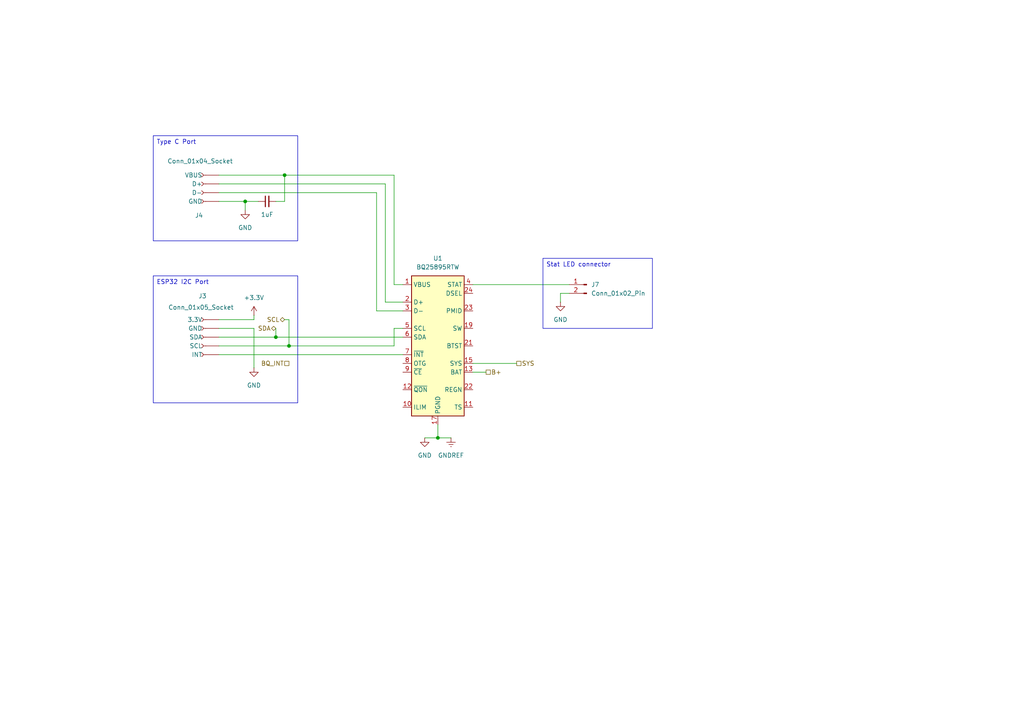
<source format=kicad_sch>
(kicad_sch (version 20250114) (generator "eeschema") (generator_version "9.0")
  (paper "A4")
  (lib_symbols
    (symbol "Battery_Management:BQ25895RTW"
      (property "Reference" "U" (at -6.604 21.844 0))
      (property "Value" "BQ25895RTW" (at 3.556 21.844 0))
      (symbol "BQ25895RTW_0_1"
        (rectangle (start -7.62 20.32) (end 7.62 -20.32) (stroke (width 0.254)) (fill (type background)))
      )
      (symbol "BQ25895RTW_1_1"
        (pin power_in line (at -10.16 17.78 0) (length 2.54) (name "VBUS") (number "1"))
        (pin bidirectional line (at -10.16 12.7 0) (length 2.54) (name "D+") (number "2"))
        (pin bidirectional line (at -10.16 10.16 0) (length 2.54) (name "D-") (number "3"))
        (pin input line (at -10.16 5.08 0) (length 2.54) (name "SCL") (number "5"))
        (pin bidirectional line (at -10.16 2.54 0) (length 2.54) (name "SDA") (number "6"))
        (pin open_collector line (at -10.16 -2.54 0) (length 2.54) (name "~{INT}") (number "7"))
        (pin input line (at -10.16 -5.08 0) (length 2.54) (name "OTG") (number "8"))
        (pin input line (at -10.16 -7.62 0) (length 2.54) (name "~{CE}") (number "9"))
        (pin input line (at -10.16 -12.7 0) (length 2.54) (name "~{QON}") (number "12"))
        (pin passive line (at -10.16 -17.78 0) (length 2.54) (name "ILIM") (number "10"))
        (pin power_in line (at 0 -22.86 90) (length 2.54) (name "PGND") (number "17"))
        (pin passive line (at 0 -22.86 90) (length 2.54) (hide yes) (name "PGND") (number "18"))
        (pin passive line (at 0 -22.86 90) (length 2.54) (hide yes) (name "PGND") (number "25"))
        (pin open_collector line (at 10.16 17.78 180) (length 2.54) (name "STAT") (number "4"))
        (pin open_collector line (at 10.16 15.24 180) (length 2.54) (name "DSEL") (number "24"))
        (pin power_out line (at 10.16 10.16 180) (length 2.54) (name "PMID") (number "23"))
        (pin power_out line (at 10.16 5.08 180) (length 2.54) (name "SW") (number "19"))
        (pin passive line (at 10.16 5.08 180) (length 2.54) (hide yes) (name "SW") (number "20"))
        (pin passive line (at 10.16 0 180) (length 2.54) (name "BTST") (number "21"))
        (pin passive line (at 10.16 -5.08 180) (length 2.54) (name "SYS") (number "15"))
        (pin passive line (at 10.16 -5.08 180) (length 2.54) (hide yes) (name "SYS") (number "16"))
        (pin passive line (at 10.16 -7.62 180) (length 2.54) (name "BAT") (number "13"))
        (pin passive line (at 10.16 -7.62 180) (length 2.54) (hide yes) (name "BAT") (number "14"))
        (pin power_out line (at 10.16 -12.7 180) (length 2.54) (name "REGN") (number "22"))
        (pin passive line (at 10.16 -17.78 180) (length 2.54) (name "TS") (number "11"))
      )
    )
    (symbol "Conn_01x04_Socket_1" (pin_numbers (hide yes)) (pin_names (offset 1.016))
      (property "Reference" "J4" (at -0.508 -9.144 0))
      (property "Value" "Conn_01x04_Socket" (at -9.144 6.604 0))
      (symbol "Conn_01x04_Socket_1_1_1"
        (polyline (pts (xy -1.27 2.54) (xy -0.508 2.54)) (stroke (width 0.1524)))
        (polyline (pts (xy -1.27 0) (xy -0.508 0)) (stroke (width 0.1524)))
        (polyline (pts (xy -1.27 -2.54) (xy -0.508 -2.54)) (stroke (width 0.1524)))
        (polyline (pts (xy -1.27 -5.08) (xy -0.508 -5.08)) (stroke (width 0.1524)))
        (arc (start 0 2.032) (mid -0.5058 2.54) (end 0 3.048) (stroke (width 0.1524)))
        (arc (start 0 -0.508) (mid -0.5058 0) (end 0 0.508) (stroke (width 0.1524)))
        (arc (start 0 -3.048) (mid -0.5058 -2.54) (end 0 -2.032) (stroke (width 0.1524)))
        (arc (start 0 -5.588) (mid -0.5058 -5.08) (end 0 -4.572) (stroke (width 0.1524)))
        (pin passive line (at -5.08 2.54 0) (length 3.81) (name "VBUS") (number "1"))
        (pin bidirectional line (at -5.08 0 0) (length 3.81) (name "D+") (number "2"))
        (pin bidirectional line (at -5.08 -2.54 0) (length 3.81) (name "D-") (number "3"))
        (pin passive line (at -5.08 -5.08 0) (length 3.81) (name "GND") (number "4"))
      )
    )
    (symbol "Connector:Conn_01x02_Pin" (pin_names (offset 1.016) (hide yes))
      (property "Reference" "J" (at 0 2.54 0))
      (property "Value" "Conn_01x02_Pin" (at 0 -5.08 0))
      (symbol "Conn_01x02_Pin_1_1"
        (rectangle (start 0.8636 0.127) (end 0 -0.127) (stroke (width 0.1524)) (fill (type outline)))
        (rectangle (start 0.8636 -2.413) (end 0 -2.667) (stroke (width 0.1524)) (fill (type outline)))
        (polyline (pts (xy 1.27 0) (xy 0.8636 0)) (stroke (width 0.1524)))
        (polyline (pts (xy 1.27 -2.54) (xy 0.8636 -2.54)) (stroke (width 0.1524)))
        (pin passive line (at 5.08 0 180) (length 3.81) (name "Pin_1") (number "1"))
        (pin passive line (at 5.08 -2.54 180) (length 3.81) (name "Pin_2") (number "2"))
      )
    )
    (symbol "Connector:Conn_01x05_Socket" (pin_numbers (hide yes)) (pin_names (offset 1.016))
      (property "Reference" "J5" (at -1.524 11.938 0))
      (property "Value" "Conn_01x05_Socket" (at -9.398 8.636 0))
      (symbol "Conn_01x05_Socket_1_1"
        (polyline (pts (xy -1.27 5.08) (xy -0.508 5.08)) (stroke (width 0.1524)))
        (polyline (pts (xy -1.27 2.54) (xy -0.508 2.54)) (stroke (width 0.1524)))
        (polyline (pts (xy -1.27 0) (xy -0.508 0)) (stroke (width 0.1524)))
        (polyline (pts (xy -1.27 -2.54) (xy -0.508 -2.54)) (stroke (width 0.1524)))
        (polyline (pts (xy -1.27 -5.08) (xy -0.508 -5.08)) (stroke (width 0.1524)))
        (arc (start 0 4.572) (mid -0.5058 5.08) (end 0 5.588) (stroke (width 0.1524)))
        (arc (start 0 2.032) (mid -0.5058 2.54) (end 0 3.048) (stroke (width 0.1524)))
        (arc (start 0 -0.508) (mid -0.5058 0) (end 0 0.508) (stroke (width 0.1524)))
        (arc (start 0 -3.048) (mid -0.5058 -2.54) (end 0 -2.032) (stroke (width 0.1524)))
        (arc (start 0 -5.588) (mid -0.5058 -5.08) (end 0 -4.572) (stroke (width 0.1524)))
        (pin passive line (at -5.08 5.08 0) (length 3.81) (name "3.3V") (number "1"))
        (pin passive line (at -5.08 2.54 0) (length 3.81) (name "GND") (number "2"))
        (pin bidirectional line (at -5.08 0 0) (length 3.81) (name "SDA") (number "3"))
        (pin bidirectional line (at -5.08 -2.54 0) (length 3.81) (name "SCL") (number "4"))
        (pin passive line (at -5.08 -5.08 0) (length 3.81) (name "INT") (number "5"))
      )
    )
    (symbol "Device:C_Small" (pin_numbers (hide yes)) (pin_names (offset 0.254) (hide yes))
      (property "Reference" "C" (at 0.254 1.778 0))
      (property "Value" "C_Small" (at 0.254 -2.032 0))
      (symbol "C_Small_0_1"
        (polyline (pts (xy -1.524 0.508) (xy 1.524 0.508)) (stroke (width 0.3048)))
        (polyline (pts (xy -1.524 -0.508) (xy 1.524 -0.508)) (stroke (width 0.3302)))
      )
      (symbol "C_Small_1_1"
        (pin passive line (at 0 2.54 270) (length 2.032) (name "~") (number "1"))
        (pin passive line (at 0 -2.54 90) (length 2.032) (name "~") (number "2"))
      )
    )
    (symbol "power:+3.3V" (power) (pin_numbers (hide yes)) (pin_names (offset 0) (hide yes))
      (property "Value" "+3.3V" (at 0 3.556 0))
      (symbol "+3.3V_0_1"
        (polyline (pts (xy -0.762 1.27) (xy 0 2.54)))
        (polyline (pts (xy 0 2.54) (xy 0.762 1.27)))
        (polyline (pts (xy 0 0) (xy 0 2.54)))
      )
      (symbol "+3.3V_1_1"
        (pin power_in line (at 0 0 90) (length 0) (name "~") (number "1"))
      )
    )
    (symbol "power:GND" (power) (pin_numbers (hide yes)) (pin_names (offset 0) (hide yes))
      (property "Value" "GND" (at 0 -3.81 0))
      (symbol "GND_0_1"
        (polyline (pts (xy 0 0) (xy 0 -1.27) (xy 1.27 -1.27) (xy 0 -2.54) (xy -1.27 -1.27) (xy 0 -1.27)))
      )
      (symbol "GND_1_1"
        (pin power_in line (at 0 0 270) (length 0) (name "~") (number "1"))
      )
    )
    (symbol "power:GNDREF" (power) (pin_numbers (hide yes)) (pin_names (offset 0) (hide yes))
      (property "Value" "GNDREF" (at 0 -3.81 0))
      (symbol "GNDREF_0_1"
        (polyline (pts (xy -0.635 -1.905) (xy 0.635 -1.905)))
        (polyline (pts (xy -0.127 -2.54) (xy 0.127 -2.54)))
        (polyline (pts (xy 0 -1.27) (xy 0 0)))
        (polyline (pts (xy 1.27 -1.27) (xy -1.27 -1.27)))
      )
      (symbol "GNDREF_1_1"
        (pin power_in line (at 0 0 270) (length 0) (name "~") (number "1"))
      )
    )
  )
  (text_box "Type C Port" (at 44.45 39.37 0) (size 41.91 30.48) (margins 0.9525 0.9525 0.9525 0.9525) (effects (font (size 1.27 1.27)) (justify left top)))
  (text_box "Stat LED connector" (at 157.48 74.93 0) (size 31.75 20.32) (margins 0.9525 0.9525 0.9525 0.9525) (effects (font (size 1.27 1.27)) (justify left top)))
  (text_box "ESP32 I2C Port" (at 44.45 80.01 0) (size 41.91 36.83) (margins 0.9525 0.9525 0.9525 0.9525) (effects (font (size 1.27 1.27)) (justify left top)))
  (junction (at 82.55 50.8))
  (junction (at 71.12 58.42))
  (junction (at 127 127))
  (junction (at 83.82 100.33))
  (junction (at 80.01 97.79))
  (wire (pts (xy 63.5 55.88) (xy 109.22 55.88)))
  (wire (pts (xy 71.12 58.42) (xy 71.12 60.96)))
  (wire (pts (xy 83.82 92.71) (xy 83.82 100.33)))
  (wire (pts (xy 114.3 50.8) (xy 114.3 82.55)))
  (wire (pts (xy 63.5 53.34) (xy 111.76 53.34)))
  (wire (pts (xy 73.66 92.71) (xy 63.5 92.71)))
  (wire (pts (xy 111.76 53.34) (xy 111.76 87.63)))
  (wire (pts (xy 137.16 105.41) (xy 149.86 105.41)))
  (wire (pts (xy 73.66 95.25) (xy 73.66 106.68)))
  (wire (pts (xy 82.55 92.71) (xy 83.82 92.71)))
  (wire (pts (xy 63.5 100.33) (xy 83.82 100.33)))
  (wire (pts (xy 63.5 50.8) (xy 82.55 50.8)))
  (wire (pts (xy 127 123.19) (xy 127 127)))
  (wire (pts (xy 114.3 100.33) (xy 114.3 95.25)))
  (wire (pts (xy 114.3 82.55) (xy 116.84 82.55)))
  (wire (pts (xy 80.01 97.79) (xy 116.84 97.79)))
  (wire (pts (xy 80.01 95.25) (xy 80.01 97.79)))
  (wire (pts (xy 109.22 90.17) (xy 116.84 90.17)))
  (wire (pts (xy 137.16 82.55) (xy 165.1 82.55)))
  (wire (pts (xy 162.56 85.09) (xy 165.1 85.09)))
  (wire (pts (xy 137.16 107.95) (xy 140.97 107.95)))
  (wire (pts (xy 82.55 50.8) (xy 82.55 58.42)))
  (wire (pts (xy 162.56 87.63) (xy 162.56 85.09)))
  (wire (pts (xy 123.19 127) (xy 127 127)))
  (wire (pts (xy 63.5 97.79) (xy 80.01 97.79)))
  (wire (pts (xy 63.5 95.25) (xy 73.66 95.25)))
  (wire (pts (xy 109.22 55.88) (xy 109.22 90.17)))
  (wire (pts (xy 63.5 58.42) (xy 71.12 58.42)))
  (wire (pts (xy 114.3 95.25) (xy 116.84 95.25)))
  (wire (pts (xy 71.12 58.42) (xy 74.93 58.42)))
  (wire (pts (xy 111.76 87.63) (xy 116.84 87.63)))
  (wire (pts (xy 73.66 91.44) (xy 73.66 92.71)))
  (wire (pts (xy 83.82 100.33) (xy 114.3 100.33)))
  (wire (pts (xy 127 127) (xy 130.81 127)))
  (wire (pts (xy 63.5 102.87) (xy 116.84 102.87)))
  (wire (pts (xy 80.01 58.42) (xy 82.55 58.42)))
  (wire (pts (xy 82.55 50.8) (xy 114.3 50.8)))
  (hierarchical_label "SYS" (shape passive) (at 149.86 105.41 0))
  (hierarchical_label "SDA" (shape bidirectional) (at 80.01 95.25 180))
  (hierarchical_label "B+" (shape passive) (at 140.97 107.95 0))
  (hierarchical_label "SCL" (shape bidirectional) (at 82.55 92.71 180))
  (hierarchical_label "BQ_INT" (shape passive) (at 83.82 105.41 180))
  (symbol (lib_id "Connector:Conn_01x02_Pin") (at 170.18 82.55 0) (mirror y) (unit 1)
    (property "Reference" "J7" (at 171.45 82.5499 0) (effects (justify right)))
    (property "Value" "Conn_01x02_Pin" (at 171.45 85.0899 0) (effects (justify right)))
    (property "Footprint" "Connector_JST:JST_XH_B2B-XH-A_1x02_P2.50mm_Vertical" (effects (hide yes)))
    (property "Description" "Generic connector, single row, 01x02, script generated" (effects (hide yes)))
  )
  (symbol (lib_id "power:GND") (at 162.56 87.63 0) (unit 1)
    (property "Reference" "#PWR013" (effects (hide yes)))
    (property "Value" "GND" (at 162.56 92.71 0))
    (property "Description" "Power symbol creates a global label with name \"GND\" , ground" (effects (hide yes)))
  )
  (symbol (lib_id "power:GND") (at 123.19 127 0) (unit 1)
    (property "Reference" "#PWR06" (effects (hide yes)))
    (property "Value" "GND" (at 123.19 132.08 0))
    (property "Description" "Power symbol creates a global label with name \"GND\" , ground" (effects (hide yes)))
  )
  (symbol (lib_id "Device:C_Small") (at 77.47 58.42 90) (mirror x) (unit 1)
    (property "Reference" "C1" (effects (hide yes)))
    (property "Value" "1uF" (at 77.4763 62.23 90))
    (property "Footprint" "Capacitor_SMD:C_0603_1608Metric" (effects (hide yes)))
    (property "Description" "Unpolarized capacitor, small symbol" (effects (hide yes)))
  )
  (symbol (lib_id "Connector:Conn_01x05_Socket") (at 58.42 97.79 0) (mirror y) (unit 1)
    (property "Reference" "J3" (at 59.944 85.852 0) (effects (justify left)))
    (property "Value" "Conn_01x05_Socket" (at 67.818 89.154 0) (effects (justify left)))
    (property "Footprint" "Connector_JST:JST_XH_B5B-XH-A_1x05_P2.50mm_Vertical" (effects (hide yes)))
    (property "Description" "Generic connector, single row, 01x05, script generated" (effects (hide yes)))
  )
  (symbol (lib_id "Battery_Management:BQ25895RTW") (at 127 100.33 0) (unit 1)
    (property "Reference" "U1" (at 127 74.93 0))
    (property "Value" "BQ25895RTW" (at 127 77.47 0))
    (property "Footprint" "Package_DFN_QFN:Texas_RTW_WQFN-24-1EP_4x4mm_P0.5mm_EP2.7x2.7mm_ThermalVias" (effects (hide yes)))
    (property "Datasheet" "http://www.ti.com/lit/ds/symlink/bq25895.pdf" (effects (hide yes)))
    (property "Description" "I2C Controlled Single Cell (Li-Ion / Li-Polymer) 5A Fast Charger with MaxCharge, USB BC1.2 Detection, 3.9..14V VBUS, 3.840..4.608V charge voltage range, 1.5 MHz (buck mode) and 500 kHz /1.5 MHz (boost mode), WQFN-24" (effects (hide yes)))
  )
  (symbol (lib_id "power:GND") (at 73.66 106.68 0) (mirror y) (unit 1)
    (property "Reference" "#PWR05" (effects (hide yes)))
    (property "Value" "GND" (at 73.66 111.76 0))
    (property "Description" "Power symbol creates a global label with name \"GND\" , ground" (effects (hide yes)))
  )
  (symbol (lib_name "Conn_01x04_Socket_1") (lib_id "Connector:Conn_01x04_Socket") (at 58.42 53.34 0) (mirror y) (unit 1)
    (property "Reference" "J4" (at 58.928 62.484 0) (effects (justify left)))
    (property "Value" "Conn_01x04_Socket" (at 67.564 46.736 0) (effects (justify left)))
    (property "Footprint" "Connector_JST:JST_XH_B4B-XH-AM_1x04_P2.50mm_Vertical" (effects (hide yes)))
    (property "Description" "Generic connector, single row, 01x04, script generated" (effects (hide yes)))
  )
  (symbol (lib_id "power:GNDREF") (at 130.81 127 0) (unit 1)
    (property "Reference" "#PWR07" (effects (hide yes)))
    (property "Value" "GNDREF" (at 130.81 132.08 0))
    (property "Description" "Power symbol creates a global label with name \"GNDREF\" , reference supply ground" (effects (hide yes)))
  )
  (symbol (lib_id "power:GND") (at 71.12 60.96 0) (unit 1)
    (property "Reference" "#PWR09" (effects (hide yes)))
    (property "Value" "GND" (at 71.12 66.04 0))
    (property "Description" "Power symbol creates a global label with name \"GND\" , ground" (effects (hide yes)))
  )
  (symbol (lib_id "power:+3.3V") (at 73.66 91.44 0) (mirror y) (unit 1)
    (property "Reference" "#PWR03" (effects (hide yes)))
    (property "Value" "+3.3V" (at 73.66 86.36 0))
    (property "Description" "Power symbol creates a global label with name \"+3.3V\"" (effects (hide yes)))
  )
)
</source>
